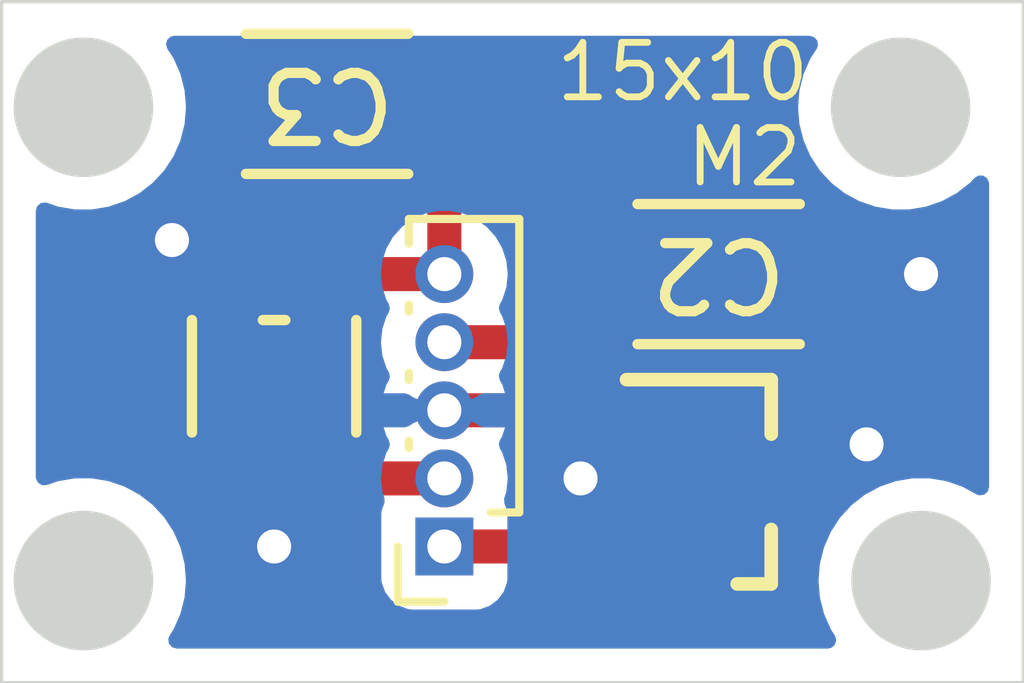
<source format=kicad_pcb>
(kicad_pcb (version 20240108) (generator "pcbnew") (generator_version "8.0")
  (title_block (title "dankdryer microboard (smt)") (date "2025-01-09") (rev "v1.2.0") (company "dirty south supercomputing") (comment 1 "nick black"))
  (layers (0 "F.Cu" signal) (31 "B.Cu" signal) (34 "B.Paste" user) (35 "F.Paste" user) (36 "B.SilkS" user "B.Silkscreen") (37 "F.SilkS" user "F.Silkscreen") (38 "B.Mask" user) (39 "F.Mask" user) (44 "Edge.Cuts" user))
  (net 0 "")
  (net 1 "GND")
  (net 4 "/+5VA")
  (net 5 "/ThermAnalog")
  (net 6 "/+3.3V")
  (net 7 "/Hall")
  (footprint "dank:CAP_3216_TDK" (layer "F.Cu") (at 156.528 89 180)
    (property "Reference" "C2" (at 0 0 180) (layer "F.SilkS"))
    (property "Value" ".01u")
    (fp_line (start 1.19105 -1.0287) (end -1.19105 -1.0287) (stroke (width 0.1524)) (layer "F.SilkS"))
    (fp_line (start -1.19105 1.0287) (end 1.19105 1.0287) (stroke (width 0.1524)) (layer "F.SilkS"))
    (pad "1" smd rect (at -1.778 0 180) (size 0.5588 1.8034) (layers "F.Cu" "F.Paste" "F.Mask") (net 1 "GND"))
    (pad "2" smd rect (at 1.778 0 180) (size 0.5588 1.8034) (layers "F.Cu" "F.Paste" "F.Mask") (net 6 "/+3.3V"))
  )
  (footprint "dank:DCK5_TEX" (layer "F.Cu") (at 150 90.5 90)
    (property "Reference" "U1" (hide yes))
    (property "Value" "TMP235A4DCKR" (hide yes))
    (fp_line (start 0.8255 -1.2065) (end -0.8255 -1.2065) (stroke (width 0.1524)) (layer "F.SilkS"))
    (fp_line (start 0.8255 0.164859) (end 0.8255 -0.164859) (stroke (width 0.1524)) (layer "F.SilkS"))
    (fp_line (start -0.8255 1.2065) (end 0.8255 1.2065) (stroke (width 0.1524)) (layer "F.SilkS"))
    (pad "1" smd rect (at -1.12395 -0.649999 90) (size 0.8509 0.3048) (layers "F.Cu" "F.Paste" "F.Mask"))
    (pad "2" smd rect (at -1.12395 0 90) (size 0.8509 0.3048) (layers "F.Cu" "F.Paste" "F.Mask") (net 1 "GND"))
    (pad "3" smd rect (at -1.12395 0.649999 90) (size 0.8509 0.3048) (layers "F.Cu" "F.Paste" "F.Mask") (net 5 "/ThermAnalog"))
    (pad "4" smd rect (at 1.12395 0.649999 90) (size 0.8509 0.3048) (layers "F.Cu" "F.Paste" "F.Mask") (net 4 "/+5VA"))
    (pad "5" smd rect (at 1.12395 -0.649999 90) (size 0.8509 0.3048) (layers "F.Cu" "F.Paste" "F.Mask"))
  )
  (footprint "dank:DBZ0003A_L" (layer "F.Cu") (at 156.6 92.050002)
    (property "Reference" "U2" (hide yes))
    (property "Value" "DRV5011ADDBZR" (hide yes))
    (fp_line (start -1.425001 -1.5) (end 0.700001 -1.5) (stroke (width 0.2)) (layer "F.SilkS"))
    (fp_line (start 0.200002 1.5) (end 0.700001 1.5) (stroke (width 0.2)) (layer "F.SilkS"))
    (fp_line (start 0.700001 -0.700001) (end 0.700001 -1.5) (stroke (width 0.2)) (layer "F.SilkS"))
    (fp_line (start 0.700001 1.5) (end 0.700001 0.699999) (stroke (width 0.2)) (layer "F.SilkS"))
    (pad "1" smd rect (at -1.1 -0.950001 90) (size 0.549999 0.800001) (layers "F.Cu" "F.Paste" "F.Mask") (net 6 "/+3.3V"))
    (pad "2" smd rect (at -1.1 0.949998 90) (size 0.549999 0.800001) (layers "F.Cu" "F.Paste" "F.Mask") (net 7 "/Hall"))
    (pad "3" smd rect (at 1.1 0 90) (size 0.549999 0.800001) (layers "F.Cu" "F.Paste" "F.Mask") (net 1 "GND"))
  )
  (footprint "dank:CAP_3216_TDK" (layer "F.Cu") (at 150.778 86.5 180)
    (property "Reference" "C3" (at 0 0 180) (layer "F.SilkS"))
    (property "Value" ".1u")
    (fp_line (start 1.19105 -1.0287) (end -1.19105 -1.0287) (stroke (width 0.1524)) (layer "F.SilkS"))
    (fp_line (start -1.19105 1.0287) (end 1.19105 1.0287) (stroke (width 0.1524)) (layer "F.SilkS"))
    (pad "1" smd rect (at -1.778 0 180) (size 0.5588 1.8034) (layers "F.Cu" "F.Paste" "F.Mask") (net 4 "/+5VA"))
    (pad "2" smd rect (at 1.778 0 180) (size 0.5588 1.8034) (layers "F.Cu" "F.Paste" "F.Mask") (net 1 "GND"))
  )
  (footprint "Connector_PinSocket_1.00mm:PinSocket_1x05_P1.00mm_Vertical" (layer "F.Cu") (at 152.5 93 180)
    (property "Reference" "J2" (hide yes))
    (property "Value" "Conn_01x05_Socket" (hide yes))
    (fp_line (start 0.685 -0.81) (end 0.685 0) (stroke (width 0.12)) (layer "F.SilkS"))
    (fp_line (start 0.52 4.445898) (end 0.52 4.81) (stroke (width 0.12)) (layer "F.SilkS"))
    (fp_line (start 0.52 3.445898) (end 0.52 3.554102) (stroke (width 0.12)) (layer "F.SilkS"))
    (fp_line (start 0.52 2.445898) (end 0.52 2.554102) (stroke (width 0.12)) (layer "F.SilkS"))
    (fp_line (start 0.52 1.445898) (end 0.52 1.554102) (stroke (width 0.12)) (layer "F.SilkS"))
    (fp_line (start 0 -0.81) (end 0.685 -0.81) (stroke (width 0.12)) (layer "F.SilkS"))
    (fp_line (start -1.1 4.81) (end 0.52 4.81) (stroke (width 0.12)) (layer "F.SilkS"))
    (fp_line (start -1.1 0.5) (end -0.685 0.5) (stroke (width 0.12)) (layer "F.SilkS"))
    (fp_line (start -1.1 0.5) (end -1.1 4.81) (stroke (width 0.12)) (layer "F.SilkS"))
    (pad "1" thru_hole rect (at 0 0 180) (size 0.85 0.85) (drill 0.5) (layers "*.Cu" "*.Mask") (net 7 "/Hall"))
    (pad "2" thru_hole oval (at 0 1 180) (size 0.85 0.85) (drill 0.5) (layers "*.Cu" "*.Mask") (net 5 "/ThermAnalog"))
    (pad "3" thru_hole oval (at 0 2 180) (size 0.85 0.85) (drill 0.5) (layers "*.Cu" "*.Mask") (net 1 "GND"))
    (pad "4" thru_hole oval (at 0 3 180) (size 0.85 0.85) (drill 0.5) (layers "*.Cu" "*.Mask") (net 6 "/+3.3V"))
    (pad "5" thru_hole oval (at 0 4 180) (size 0.85 0.85) (drill 0.5) (layers "*.Cu" "*.Mask") (net 4 "/+5VA"))
  )
  (gr_circle (center 159.2 86.550001) (end 160.2 86.550001) (stroke (width 0.05)) (fill solid) (layer "Edge.Cuts"))
  (gr_rect (start 146 85) (end 161 95) (stroke (width 0.05)) (fill none) (layer "Edge.Cuts"))
  (gr_circle (center 147.2 86.550001) (end 148.2 86.550001) (stroke (width 0.05)) (fill solid) (layer "Edge.Cuts"))
  (gr_circle (center 159.5 93.5) (end 160.5 93.5) (stroke (width 0.05)) (fill solid) (layer "Edge.Cuts"))
  (gr_circle (center 147.2 93.5) (end 148.2 93.5) (stroke (width 0.05)) (fill solid) (layer "Edge.Cuts"))
  (gr_text "15x10\n" (at 156 86.5 0) (layer "F.SilkS") (effects (font (size 0.8 0.8) (thickness 0.1)) (justify bottom)))
  (gr_text "M2" (at 156 87.75 0) (layer "F.SilkS") (effects (font (size 0.8 0.8) (thickness 0.1)) (justify left bottom)))
  (segment (start 158.250002 91.5) (end 157.7 92.050002) (width 1) (layer "F.Cu") (net 1))
  (segment (start 149 88) (end 148.5 88.5) (width 0.5) (layer "F.Cu") (net 1))
  (segment (start 152.5 91) (end 153.5 91) (width 0.5) (layer "F.Cu") (net 1))
  (segment (start 158.7 91.5) (end 158.250002 91.5) (width 1) (layer "F.Cu") (net 1))
  (segment (start 149 86.5) (end 149 88) (width 0.5) (layer "F.Cu") (net 1))
  (segment (start 158.25 89) (end 159.5 89) (width 0.5) (layer "F.Cu") (net 1))
  (segment (start 150 93) (end 150 91.62395) (width 0.3) (layer "F.Cu") (net 1))
  (segment (start 153.5 91) (end 154.5 92) (width 0.5) (layer "F.Cu") (net 1))
  (via (at 158.7 91.5) (size 0.8) (drill 0.5) (layers "F.Cu" "B.Cu") (net 1))
  (via (at 148.5 88.5) (size 0.8) (drill 0.5) (layers "F.Cu" "B.Cu") (net 1))
  (via (at 150 93) (size 0.8) (drill 0.5) (layers "F.Cu" "B.Cu") (net 1))
  (via (at 154.5 92) (size 0.8) (drill 0.5) (layers "F.Cu" "B.Cu") (net 1))
  (via (at 159.5 89) (size 0.8) (drill 0.5) (layers "F.Cu" "B.Cu") (net 1))
  (segment (start 151.12395 89.37605) (end 151.5 89) (width 0.5) (layer "F.Cu") (net 4))
  (segment (start 151.5 89) (end 152.5 89) (width 0.5) (layer "F.Cu") (net 4))
  (segment (start 150.649999 89.37605) (end 151.12395 89.37605) (width 0.5) (layer "F.Cu") (net 4))
  (segment (start 152.5 89) (end 152.5 86.5625) (width 0.5) (layer "F.Cu") (net 4))
  (segment (start 151.12395 91.62395) (end 151.5 92) (width 0.5) (layer "F.Cu") (net 5))
  (segment (start 150.649999 91.62395) (end 151.12395 91.62395) (width 0.5) (layer "F.Cu") (net 5))
  (segment (start 151.5 92) (end 152.5 92) (width 0.5) (layer "F.Cu") (net 5))
  (segment (start 152.5 90) (end 154 90) (width 0.5) (layer "F.Cu") (net 6))
  (segment (start 154.125 90.125) (end 154 90) (width 0.5) (layer "F.Cu") (net 6))
  (segment (start 155.100001 91.100001) (end 154.125 90.125) (width 0.5) (layer "F.Cu") (net 6))
  (segment (start 155.5 91.100001) (end 155.100001 91.100001) (width 0.5) (layer "F.Cu") (net 6))
  (segment (start 154.125 90.125) (end 154.125 89.625) (width 0.5) (layer "F.Cu") (net 6))
  (segment (start 154.125 89.625) (end 154.75 89) (width 0.5) (layer "F.Cu") (net 6))
  (segment (start 155.5 93) (end 152.5 93) (width 0.5) (layer "F.Cu") (net 7))
  (zone (net 1) (net_name "GND") (layer "B.Cu") (priority 1) (connect_pads (clearance 0.5)) (min_thickness 0.25) (fill yes (thermal_gap 0.5) (thermal_bridge_width 0.5))
    (polygon (pts (xy 161 95) (xy 161 85) (xy 146 85) (xy 146 95)))
  )
)
</source>
